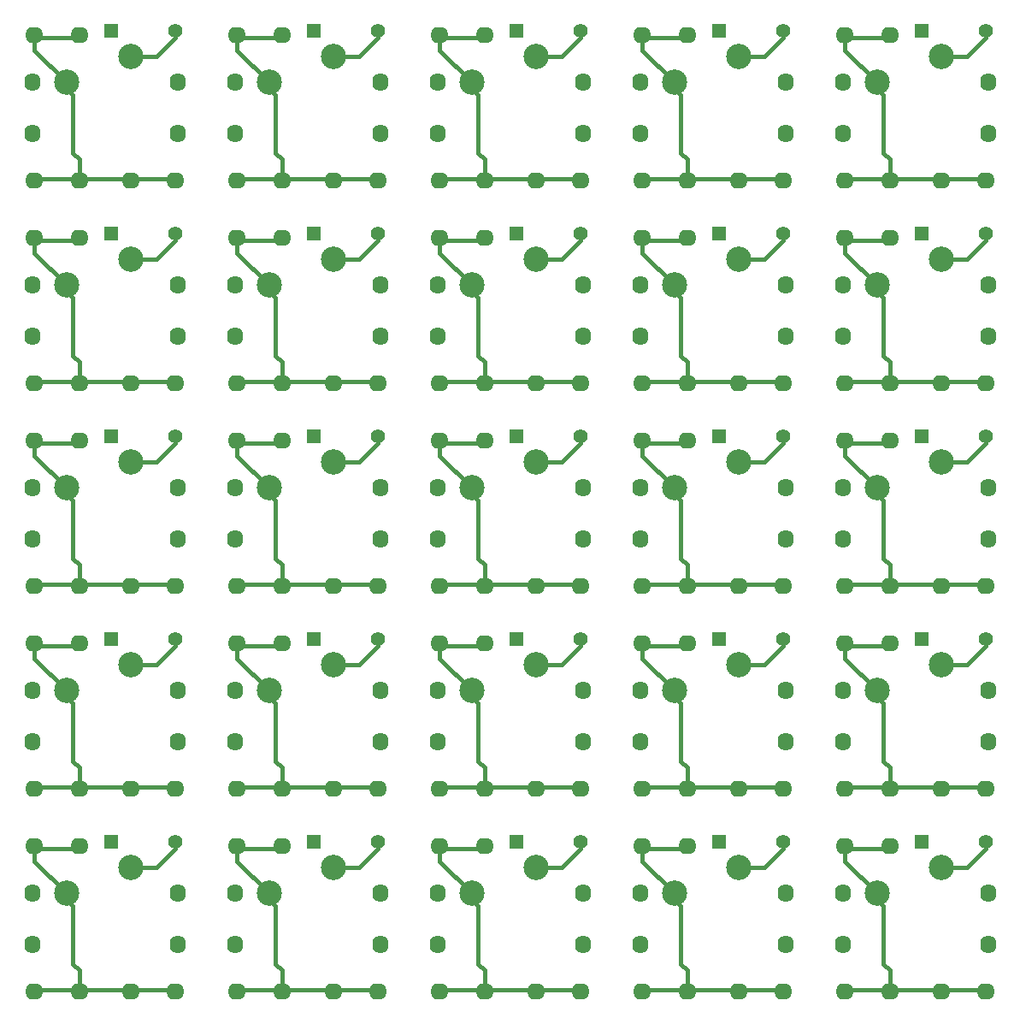
<source format=gtl>
G04 #@! TF.FileFunction,Copper,L1,Top,Signal*
%FSLAX46Y46*%
G04 Gerber Fmt 4.6, Leading zero omitted, Abs format (unit mm)*
G04 Created by KiCad (PCBNEW 4.0.2-stable) date 2016/07/17 14:51:38*
%MOMM*%
G01*
G04 APERTURE LIST*
%ADD10C,0.100000*%
%ADD11C,2.500000*%
%ADD12O,1.600000X1.800000*%
%ADD13O,1.800000X1.600000*%
%ADD14C,1.400000*%
%ADD15R,1.400000X1.400000*%
%ADD16C,0.400000*%
G04 APERTURE END LIST*
D10*
D11*
X111125000Y-139319000D03*
X104775000Y-141859000D03*
D12*
X101400000Y-146939000D03*
X101400000Y-141859000D03*
X115770000Y-141859000D03*
X115770000Y-146939000D03*
D13*
X111125000Y-151584000D03*
X115570000Y-151584000D03*
X101600000Y-151584000D03*
X106045000Y-151584000D03*
X101600000Y-137214000D03*
X106045000Y-137214000D03*
D14*
X115570000Y-136779000D03*
D15*
X109220000Y-136779000D03*
D14*
X135636000Y-136779000D03*
D15*
X129286000Y-136779000D03*
D13*
X126111000Y-137214000D03*
X121666000Y-137214000D03*
X126111000Y-151584000D03*
X121666000Y-151584000D03*
X135636000Y-151584000D03*
X131191000Y-151584000D03*
D12*
X135836000Y-146939000D03*
X135836000Y-141859000D03*
X121466000Y-141859000D03*
X121466000Y-146939000D03*
D11*
X131191000Y-139319000D03*
X124841000Y-141859000D03*
X171323000Y-139319000D03*
X164973000Y-141859000D03*
D12*
X161598000Y-146939000D03*
X161598000Y-141859000D03*
X175968000Y-141859000D03*
X175968000Y-146939000D03*
D13*
X171323000Y-151584000D03*
X175768000Y-151584000D03*
X161798000Y-151584000D03*
X166243000Y-151584000D03*
X161798000Y-137214000D03*
X166243000Y-137214000D03*
D14*
X175768000Y-136779000D03*
D15*
X169418000Y-136779000D03*
D14*
X155702000Y-136779000D03*
D15*
X149352000Y-136779000D03*
D13*
X146177000Y-137214000D03*
X141732000Y-137214000D03*
X146177000Y-151584000D03*
X141732000Y-151584000D03*
X155702000Y-151584000D03*
X151257000Y-151584000D03*
D12*
X155902000Y-146939000D03*
X155902000Y-141859000D03*
X141532000Y-141859000D03*
X141532000Y-146939000D03*
D11*
X151257000Y-139319000D03*
X144907000Y-141859000D03*
D14*
X195834000Y-136779000D03*
D15*
X189484000Y-136779000D03*
D13*
X186309000Y-137214000D03*
X181864000Y-137214000D03*
X186309000Y-151584000D03*
X181864000Y-151584000D03*
X195834000Y-151584000D03*
X191389000Y-151584000D03*
D12*
X196034000Y-146939000D03*
X196034000Y-141859000D03*
X181664000Y-141859000D03*
X181664000Y-146939000D03*
D11*
X191389000Y-139319000D03*
X185039000Y-141859000D03*
X111125000Y-99187000D03*
X104775000Y-101727000D03*
D12*
X101400000Y-106807000D03*
X101400000Y-101727000D03*
X115770000Y-101727000D03*
X115770000Y-106807000D03*
D13*
X111125000Y-111452000D03*
X115570000Y-111452000D03*
X101600000Y-111452000D03*
X106045000Y-111452000D03*
X101600000Y-97082000D03*
X106045000Y-97082000D03*
D14*
X115570000Y-96647000D03*
D15*
X109220000Y-96647000D03*
D14*
X135636000Y-96647000D03*
D15*
X129286000Y-96647000D03*
D13*
X126111000Y-97082000D03*
X121666000Y-97082000D03*
X126111000Y-111452000D03*
X121666000Y-111452000D03*
X135636000Y-111452000D03*
X131191000Y-111452000D03*
D12*
X135836000Y-106807000D03*
X135836000Y-101727000D03*
X121466000Y-101727000D03*
X121466000Y-106807000D03*
D11*
X131191000Y-99187000D03*
X124841000Y-101727000D03*
X171323000Y-99187000D03*
X164973000Y-101727000D03*
D12*
X161598000Y-106807000D03*
X161598000Y-101727000D03*
X175968000Y-101727000D03*
X175968000Y-106807000D03*
D13*
X171323000Y-111452000D03*
X175768000Y-111452000D03*
X161798000Y-111452000D03*
X166243000Y-111452000D03*
X161798000Y-97082000D03*
X166243000Y-97082000D03*
D14*
X175768000Y-96647000D03*
D15*
X169418000Y-96647000D03*
D14*
X155702000Y-96647000D03*
D15*
X149352000Y-96647000D03*
D13*
X146177000Y-97082000D03*
X141732000Y-97082000D03*
X146177000Y-111452000D03*
X141732000Y-111452000D03*
X155702000Y-111452000D03*
X151257000Y-111452000D03*
D12*
X155902000Y-106807000D03*
X155902000Y-101727000D03*
X141532000Y-101727000D03*
X141532000Y-106807000D03*
D11*
X151257000Y-99187000D03*
X144907000Y-101727000D03*
D14*
X195834000Y-96647000D03*
D15*
X189484000Y-96647000D03*
D13*
X186309000Y-97082000D03*
X181864000Y-97082000D03*
X186309000Y-111452000D03*
X181864000Y-111452000D03*
X195834000Y-111452000D03*
X191389000Y-111452000D03*
D12*
X196034000Y-106807000D03*
X196034000Y-101727000D03*
X181664000Y-101727000D03*
X181664000Y-106807000D03*
D11*
X191389000Y-99187000D03*
X185039000Y-101727000D03*
X191389000Y-119253000D03*
X185039000Y-121793000D03*
D12*
X181664000Y-126873000D03*
X181664000Y-121793000D03*
X196034000Y-121793000D03*
X196034000Y-126873000D03*
D13*
X191389000Y-131518000D03*
X195834000Y-131518000D03*
X181864000Y-131518000D03*
X186309000Y-131518000D03*
X181864000Y-117148000D03*
X186309000Y-117148000D03*
D14*
X195834000Y-116713000D03*
D15*
X189484000Y-116713000D03*
D11*
X151257000Y-119253000D03*
X144907000Y-121793000D03*
D12*
X141532000Y-126873000D03*
X141532000Y-121793000D03*
X155902000Y-121793000D03*
X155902000Y-126873000D03*
D13*
X151257000Y-131518000D03*
X155702000Y-131518000D03*
X141732000Y-131518000D03*
X146177000Y-131518000D03*
X141732000Y-117148000D03*
X146177000Y-117148000D03*
D14*
X155702000Y-116713000D03*
D15*
X149352000Y-116713000D03*
D14*
X175768000Y-116713000D03*
D15*
X169418000Y-116713000D03*
D13*
X166243000Y-117148000D03*
X161798000Y-117148000D03*
X166243000Y-131518000D03*
X161798000Y-131518000D03*
X175768000Y-131518000D03*
X171323000Y-131518000D03*
D12*
X175968000Y-126873000D03*
X175968000Y-121793000D03*
X161598000Y-121793000D03*
X161598000Y-126873000D03*
D11*
X171323000Y-119253000D03*
X164973000Y-121793000D03*
X131191000Y-119253000D03*
X124841000Y-121793000D03*
D12*
X121466000Y-126873000D03*
X121466000Y-121793000D03*
X135836000Y-121793000D03*
X135836000Y-126873000D03*
D13*
X131191000Y-131518000D03*
X135636000Y-131518000D03*
X121666000Y-131518000D03*
X126111000Y-131518000D03*
X121666000Y-117148000D03*
X126111000Y-117148000D03*
D14*
X135636000Y-116713000D03*
D15*
X129286000Y-116713000D03*
D14*
X115570000Y-116713000D03*
D15*
X109220000Y-116713000D03*
D13*
X106045000Y-117148000D03*
X101600000Y-117148000D03*
X106045000Y-131518000D03*
X101600000Y-131518000D03*
X115570000Y-131518000D03*
X111125000Y-131518000D03*
D12*
X115770000Y-126873000D03*
X115770000Y-121793000D03*
X101400000Y-121793000D03*
X101400000Y-126873000D03*
D11*
X111125000Y-119253000D03*
X104775000Y-121793000D03*
X111125000Y-79121000D03*
X104775000Y-81661000D03*
D12*
X101400000Y-86741000D03*
X101400000Y-81661000D03*
X115770000Y-81661000D03*
X115770000Y-86741000D03*
D13*
X111125000Y-91386000D03*
X115570000Y-91386000D03*
X101600000Y-91386000D03*
X106045000Y-91386000D03*
X101600000Y-77016000D03*
X106045000Y-77016000D03*
D14*
X115570000Y-76581000D03*
D15*
X109220000Y-76581000D03*
D14*
X135636000Y-76581000D03*
D15*
X129286000Y-76581000D03*
D13*
X126111000Y-77016000D03*
X121666000Y-77016000D03*
X126111000Y-91386000D03*
X121666000Y-91386000D03*
X135636000Y-91386000D03*
X131191000Y-91386000D03*
D12*
X135836000Y-86741000D03*
X135836000Y-81661000D03*
X121466000Y-81661000D03*
X121466000Y-86741000D03*
D11*
X131191000Y-79121000D03*
X124841000Y-81661000D03*
X171323000Y-79121000D03*
X164973000Y-81661000D03*
D12*
X161598000Y-86741000D03*
X161598000Y-81661000D03*
X175968000Y-81661000D03*
X175968000Y-86741000D03*
D13*
X171323000Y-91386000D03*
X175768000Y-91386000D03*
X161798000Y-91386000D03*
X166243000Y-91386000D03*
X161798000Y-77016000D03*
X166243000Y-77016000D03*
D14*
X175768000Y-76581000D03*
D15*
X169418000Y-76581000D03*
D14*
X155702000Y-76581000D03*
D15*
X149352000Y-76581000D03*
D13*
X146177000Y-77016000D03*
X141732000Y-77016000D03*
X146177000Y-91386000D03*
X141732000Y-91386000D03*
X155702000Y-91386000D03*
X151257000Y-91386000D03*
D12*
X155902000Y-86741000D03*
X155902000Y-81661000D03*
X141532000Y-81661000D03*
X141532000Y-86741000D03*
D11*
X151257000Y-79121000D03*
X144907000Y-81661000D03*
D14*
X195834000Y-76581000D03*
D15*
X189484000Y-76581000D03*
D13*
X186309000Y-77016000D03*
X181864000Y-77016000D03*
X186309000Y-91386000D03*
X181864000Y-91386000D03*
X195834000Y-91386000D03*
X191389000Y-91386000D03*
D12*
X196034000Y-86741000D03*
X196034000Y-81661000D03*
X181664000Y-81661000D03*
X181664000Y-86741000D03*
D11*
X191389000Y-79121000D03*
X185039000Y-81661000D03*
X191389000Y-59055000D03*
X185039000Y-61595000D03*
D12*
X181664000Y-66675000D03*
X181664000Y-61595000D03*
X196034000Y-61595000D03*
X196034000Y-66675000D03*
D13*
X191389000Y-71320000D03*
X195834000Y-71320000D03*
X181864000Y-71320000D03*
X186309000Y-71320000D03*
X181864000Y-56950000D03*
X186309000Y-56950000D03*
D14*
X195834000Y-56515000D03*
D15*
X189484000Y-56515000D03*
D11*
X151257000Y-59055000D03*
X144907000Y-61595000D03*
D12*
X141532000Y-66675000D03*
X141532000Y-61595000D03*
X155902000Y-61595000D03*
X155902000Y-66675000D03*
D13*
X151257000Y-71320000D03*
X155702000Y-71320000D03*
X141732000Y-71320000D03*
X146177000Y-71320000D03*
X141732000Y-56950000D03*
X146177000Y-56950000D03*
D14*
X155702000Y-56515000D03*
D15*
X149352000Y-56515000D03*
D14*
X175768000Y-56515000D03*
D15*
X169418000Y-56515000D03*
D13*
X166243000Y-56950000D03*
X161798000Y-56950000D03*
X166243000Y-71320000D03*
X161798000Y-71320000D03*
X175768000Y-71320000D03*
X171323000Y-71320000D03*
D12*
X175968000Y-66675000D03*
X175968000Y-61595000D03*
X161598000Y-61595000D03*
X161598000Y-66675000D03*
D11*
X171323000Y-59055000D03*
X164973000Y-61595000D03*
X131191000Y-59055000D03*
X124841000Y-61595000D03*
D12*
X121466000Y-66675000D03*
X121466000Y-61595000D03*
X135836000Y-61595000D03*
X135836000Y-66675000D03*
D13*
X131191000Y-71320000D03*
X135636000Y-71320000D03*
X121666000Y-71320000D03*
X126111000Y-71320000D03*
X121666000Y-56950000D03*
X126111000Y-56950000D03*
D14*
X135636000Y-56515000D03*
D15*
X129286000Y-56515000D03*
D14*
X115570000Y-56515000D03*
D15*
X109220000Y-56515000D03*
D13*
X106045000Y-56950000D03*
X101600000Y-56950000D03*
X106045000Y-71320000D03*
X101600000Y-71320000D03*
X115570000Y-71320000D03*
X111125000Y-71320000D03*
D12*
X115770000Y-66675000D03*
X115770000Y-61595000D03*
X101400000Y-61595000D03*
X101400000Y-66675000D03*
D11*
X111125000Y-59055000D03*
X104775000Y-61595000D03*
D16*
X115570000Y-137414000D02*
X115570000Y-136779000D01*
X113665000Y-139319000D02*
X115570000Y-137414000D01*
X111125000Y-139319000D02*
X113665000Y-139319000D01*
X131191000Y-139319000D02*
X133731000Y-139319000D01*
X133731000Y-139319000D02*
X135636000Y-137414000D01*
X135636000Y-137414000D02*
X135636000Y-136779000D01*
X175768000Y-137414000D02*
X175768000Y-136779000D01*
X173863000Y-139319000D02*
X175768000Y-137414000D01*
X171323000Y-139319000D02*
X173863000Y-139319000D01*
X151257000Y-139319000D02*
X153797000Y-139319000D01*
X153797000Y-139319000D02*
X155702000Y-137414000D01*
X155702000Y-137414000D02*
X155702000Y-136779000D01*
X191389000Y-139319000D02*
X193929000Y-139319000D01*
X193929000Y-139319000D02*
X195834000Y-137414000D01*
X195834000Y-137414000D02*
X195834000Y-136779000D01*
X115570000Y-97282000D02*
X115570000Y-96647000D01*
X113665000Y-99187000D02*
X115570000Y-97282000D01*
X111125000Y-99187000D02*
X113665000Y-99187000D01*
X131191000Y-99187000D02*
X133731000Y-99187000D01*
X133731000Y-99187000D02*
X135636000Y-97282000D01*
X135636000Y-97282000D02*
X135636000Y-96647000D01*
X175768000Y-97282000D02*
X175768000Y-96647000D01*
X173863000Y-99187000D02*
X175768000Y-97282000D01*
X171323000Y-99187000D02*
X173863000Y-99187000D01*
X151257000Y-99187000D02*
X153797000Y-99187000D01*
X153797000Y-99187000D02*
X155702000Y-97282000D01*
X155702000Y-97282000D02*
X155702000Y-96647000D01*
X191389000Y-99187000D02*
X193929000Y-99187000D01*
X193929000Y-99187000D02*
X195834000Y-97282000D01*
X195834000Y-97282000D02*
X195834000Y-96647000D01*
X195834000Y-117348000D02*
X195834000Y-116713000D01*
X193929000Y-119253000D02*
X195834000Y-117348000D01*
X191389000Y-119253000D02*
X193929000Y-119253000D01*
X155702000Y-117348000D02*
X155702000Y-116713000D01*
X153797000Y-119253000D02*
X155702000Y-117348000D01*
X151257000Y-119253000D02*
X153797000Y-119253000D01*
X171323000Y-119253000D02*
X173863000Y-119253000D01*
X173863000Y-119253000D02*
X175768000Y-117348000D01*
X175768000Y-117348000D02*
X175768000Y-116713000D01*
X135636000Y-117348000D02*
X135636000Y-116713000D01*
X133731000Y-119253000D02*
X135636000Y-117348000D01*
X131191000Y-119253000D02*
X133731000Y-119253000D01*
X111125000Y-119253000D02*
X113665000Y-119253000D01*
X113665000Y-119253000D02*
X115570000Y-117348000D01*
X115570000Y-117348000D02*
X115570000Y-116713000D01*
X115570000Y-77216000D02*
X115570000Y-76581000D01*
X113665000Y-79121000D02*
X115570000Y-77216000D01*
X111125000Y-79121000D02*
X113665000Y-79121000D01*
X131191000Y-79121000D02*
X133731000Y-79121000D01*
X133731000Y-79121000D02*
X135636000Y-77216000D01*
X135636000Y-77216000D02*
X135636000Y-76581000D01*
X175768000Y-77216000D02*
X175768000Y-76581000D01*
X173863000Y-79121000D02*
X175768000Y-77216000D01*
X171323000Y-79121000D02*
X173863000Y-79121000D01*
X151257000Y-79121000D02*
X153797000Y-79121000D01*
X153797000Y-79121000D02*
X155702000Y-77216000D01*
X155702000Y-77216000D02*
X155702000Y-76581000D01*
X191389000Y-79121000D02*
X193929000Y-79121000D01*
X193929000Y-79121000D02*
X195834000Y-77216000D01*
X195834000Y-77216000D02*
X195834000Y-76581000D01*
X195834000Y-57150000D02*
X195834000Y-56515000D01*
X193929000Y-59055000D02*
X195834000Y-57150000D01*
X191389000Y-59055000D02*
X193929000Y-59055000D01*
X155702000Y-57150000D02*
X155702000Y-56515000D01*
X153797000Y-59055000D02*
X155702000Y-57150000D01*
X151257000Y-59055000D02*
X153797000Y-59055000D01*
X171323000Y-59055000D02*
X173863000Y-59055000D01*
X173863000Y-59055000D02*
X175768000Y-57150000D01*
X175768000Y-57150000D02*
X175768000Y-56515000D01*
X135636000Y-57150000D02*
X135636000Y-56515000D01*
X133731000Y-59055000D02*
X135636000Y-57150000D01*
X131191000Y-59055000D02*
X133731000Y-59055000D01*
X111125000Y-59055000D02*
X113665000Y-59055000D01*
X113665000Y-59055000D02*
X115570000Y-57150000D01*
X115570000Y-57150000D02*
X115570000Y-56515000D01*
X101600000Y-138684000D02*
X104775000Y-141859000D01*
X101600000Y-137414000D02*
X101600000Y-138684000D01*
X106045000Y-137414000D02*
X101600000Y-137414000D01*
X101600000Y-151384000D02*
X106045000Y-151384000D01*
X106045000Y-151384000D02*
X111125000Y-151384000D01*
X111125000Y-151384000D02*
X115570000Y-151384000D01*
X105410000Y-143129000D02*
X105410000Y-148844000D01*
X105410000Y-148844000D02*
X106045000Y-149479000D01*
X106045000Y-149479000D02*
X106045000Y-151384000D01*
X104775000Y-142494000D02*
X105410000Y-143129000D01*
X104775000Y-141859000D02*
X104775000Y-142494000D01*
X124841000Y-141859000D02*
X124841000Y-142494000D01*
X124841000Y-142494000D02*
X125476000Y-143129000D01*
X126111000Y-149479000D02*
X126111000Y-151384000D01*
X125476000Y-148844000D02*
X126111000Y-149479000D01*
X125476000Y-143129000D02*
X125476000Y-148844000D01*
X131191000Y-151384000D02*
X135636000Y-151384000D01*
X126111000Y-151384000D02*
X131191000Y-151384000D01*
X121666000Y-151384000D02*
X126111000Y-151384000D01*
X126111000Y-137414000D02*
X121666000Y-137414000D01*
X121666000Y-137414000D02*
X121666000Y-138684000D01*
X121666000Y-138684000D02*
X124841000Y-141859000D01*
X161798000Y-138684000D02*
X164973000Y-141859000D01*
X161798000Y-137414000D02*
X161798000Y-138684000D01*
X166243000Y-137414000D02*
X161798000Y-137414000D01*
X161798000Y-151384000D02*
X166243000Y-151384000D01*
X166243000Y-151384000D02*
X171323000Y-151384000D01*
X171323000Y-151384000D02*
X175768000Y-151384000D01*
X165608000Y-143129000D02*
X165608000Y-148844000D01*
X165608000Y-148844000D02*
X166243000Y-149479000D01*
X166243000Y-149479000D02*
X166243000Y-151384000D01*
X164973000Y-142494000D02*
X165608000Y-143129000D01*
X164973000Y-141859000D02*
X164973000Y-142494000D01*
X144907000Y-141859000D02*
X144907000Y-142494000D01*
X144907000Y-142494000D02*
X145542000Y-143129000D01*
X146177000Y-149479000D02*
X146177000Y-151384000D01*
X145542000Y-148844000D02*
X146177000Y-149479000D01*
X145542000Y-143129000D02*
X145542000Y-148844000D01*
X151257000Y-151384000D02*
X155702000Y-151384000D01*
X146177000Y-151384000D02*
X151257000Y-151384000D01*
X141732000Y-151384000D02*
X146177000Y-151384000D01*
X146177000Y-137414000D02*
X141732000Y-137414000D01*
X141732000Y-137414000D02*
X141732000Y-138684000D01*
X141732000Y-138684000D02*
X144907000Y-141859000D01*
X186309000Y-149479000D02*
X186309000Y-151384000D01*
X191389000Y-151384000D02*
X195834000Y-151384000D01*
X186309000Y-151384000D02*
X191389000Y-151384000D01*
X181864000Y-151384000D02*
X186309000Y-151384000D01*
X186309000Y-137414000D02*
X181864000Y-137414000D01*
X181864000Y-137414000D02*
X181864000Y-138684000D01*
X181864000Y-138684000D02*
X185039000Y-141859000D01*
X185039000Y-141859000D02*
X185039000Y-142494000D01*
X185039000Y-142494000D02*
X185674000Y-143129000D01*
X185674000Y-148844000D02*
X186309000Y-149479000D01*
X185674000Y-143129000D02*
X185674000Y-148844000D01*
X101600000Y-98552000D02*
X104775000Y-101727000D01*
X101600000Y-97282000D02*
X101600000Y-98552000D01*
X106045000Y-97282000D02*
X101600000Y-97282000D01*
X101600000Y-111252000D02*
X106045000Y-111252000D01*
X106045000Y-111252000D02*
X111125000Y-111252000D01*
X111125000Y-111252000D02*
X115570000Y-111252000D01*
X105410000Y-102997000D02*
X105410000Y-108712000D01*
X105410000Y-108712000D02*
X106045000Y-109347000D01*
X106045000Y-109347000D02*
X106045000Y-111252000D01*
X104775000Y-102362000D02*
X105410000Y-102997000D01*
X104775000Y-101727000D02*
X104775000Y-102362000D01*
X124841000Y-101727000D02*
X124841000Y-102362000D01*
X124841000Y-102362000D02*
X125476000Y-102997000D01*
X126111000Y-109347000D02*
X126111000Y-111252000D01*
X125476000Y-108712000D02*
X126111000Y-109347000D01*
X125476000Y-102997000D02*
X125476000Y-108712000D01*
X131191000Y-111252000D02*
X135636000Y-111252000D01*
X126111000Y-111252000D02*
X131191000Y-111252000D01*
X121666000Y-111252000D02*
X126111000Y-111252000D01*
X126111000Y-97282000D02*
X121666000Y-97282000D01*
X121666000Y-97282000D02*
X121666000Y-98552000D01*
X121666000Y-98552000D02*
X124841000Y-101727000D01*
X161798000Y-98552000D02*
X164973000Y-101727000D01*
X161798000Y-97282000D02*
X161798000Y-98552000D01*
X166243000Y-97282000D02*
X161798000Y-97282000D01*
X161798000Y-111252000D02*
X166243000Y-111252000D01*
X166243000Y-111252000D02*
X171323000Y-111252000D01*
X171323000Y-111252000D02*
X175768000Y-111252000D01*
X165608000Y-102997000D02*
X165608000Y-108712000D01*
X165608000Y-108712000D02*
X166243000Y-109347000D01*
X166243000Y-109347000D02*
X166243000Y-111252000D01*
X164973000Y-102362000D02*
X165608000Y-102997000D01*
X164973000Y-101727000D02*
X164973000Y-102362000D01*
X144907000Y-101727000D02*
X144907000Y-102362000D01*
X144907000Y-102362000D02*
X145542000Y-102997000D01*
X146177000Y-109347000D02*
X146177000Y-111252000D01*
X145542000Y-108712000D02*
X146177000Y-109347000D01*
X145542000Y-102997000D02*
X145542000Y-108712000D01*
X151257000Y-111252000D02*
X155702000Y-111252000D01*
X146177000Y-111252000D02*
X151257000Y-111252000D01*
X141732000Y-111252000D02*
X146177000Y-111252000D01*
X146177000Y-97282000D02*
X141732000Y-97282000D01*
X141732000Y-97282000D02*
X141732000Y-98552000D01*
X141732000Y-98552000D02*
X144907000Y-101727000D01*
X186309000Y-109347000D02*
X186309000Y-111252000D01*
X191389000Y-111252000D02*
X195834000Y-111252000D01*
X186309000Y-111252000D02*
X191389000Y-111252000D01*
X181864000Y-111252000D02*
X186309000Y-111252000D01*
X186309000Y-97282000D02*
X181864000Y-97282000D01*
X181864000Y-97282000D02*
X181864000Y-98552000D01*
X181864000Y-98552000D02*
X185039000Y-101727000D01*
X185039000Y-101727000D02*
X185039000Y-102362000D01*
X185039000Y-102362000D02*
X185674000Y-102997000D01*
X185674000Y-108712000D02*
X186309000Y-109347000D01*
X185674000Y-102997000D02*
X185674000Y-108712000D01*
X185674000Y-123063000D02*
X185674000Y-128778000D01*
X185674000Y-128778000D02*
X186309000Y-129413000D01*
X185039000Y-122428000D02*
X185674000Y-123063000D01*
X185039000Y-121793000D02*
X185039000Y-122428000D01*
X181864000Y-118618000D02*
X185039000Y-121793000D01*
X181864000Y-117348000D02*
X181864000Y-118618000D01*
X186309000Y-117348000D02*
X181864000Y-117348000D01*
X181864000Y-131318000D02*
X186309000Y-131318000D01*
X186309000Y-131318000D02*
X191389000Y-131318000D01*
X191389000Y-131318000D02*
X195834000Y-131318000D01*
X186309000Y-129413000D02*
X186309000Y-131318000D01*
X141732000Y-118618000D02*
X144907000Y-121793000D01*
X141732000Y-117348000D02*
X141732000Y-118618000D01*
X146177000Y-117348000D02*
X141732000Y-117348000D01*
X141732000Y-131318000D02*
X146177000Y-131318000D01*
X146177000Y-131318000D02*
X151257000Y-131318000D01*
X151257000Y-131318000D02*
X155702000Y-131318000D01*
X145542000Y-123063000D02*
X145542000Y-128778000D01*
X145542000Y-128778000D02*
X146177000Y-129413000D01*
X146177000Y-129413000D02*
X146177000Y-131318000D01*
X144907000Y-122428000D02*
X145542000Y-123063000D01*
X144907000Y-121793000D02*
X144907000Y-122428000D01*
X164973000Y-121793000D02*
X164973000Y-122428000D01*
X164973000Y-122428000D02*
X165608000Y-123063000D01*
X166243000Y-129413000D02*
X166243000Y-131318000D01*
X165608000Y-128778000D02*
X166243000Y-129413000D01*
X165608000Y-123063000D02*
X165608000Y-128778000D01*
X171323000Y-131318000D02*
X175768000Y-131318000D01*
X166243000Y-131318000D02*
X171323000Y-131318000D01*
X161798000Y-131318000D02*
X166243000Y-131318000D01*
X166243000Y-117348000D02*
X161798000Y-117348000D01*
X161798000Y-117348000D02*
X161798000Y-118618000D01*
X161798000Y-118618000D02*
X164973000Y-121793000D01*
X121666000Y-118618000D02*
X124841000Y-121793000D01*
X121666000Y-117348000D02*
X121666000Y-118618000D01*
X126111000Y-117348000D02*
X121666000Y-117348000D01*
X121666000Y-131318000D02*
X126111000Y-131318000D01*
X126111000Y-131318000D02*
X131191000Y-131318000D01*
X131191000Y-131318000D02*
X135636000Y-131318000D01*
X125476000Y-123063000D02*
X125476000Y-128778000D01*
X125476000Y-128778000D02*
X126111000Y-129413000D01*
X126111000Y-129413000D02*
X126111000Y-131318000D01*
X124841000Y-122428000D02*
X125476000Y-123063000D01*
X124841000Y-121793000D02*
X124841000Y-122428000D01*
X104775000Y-121793000D02*
X104775000Y-122428000D01*
X104775000Y-122428000D02*
X105410000Y-123063000D01*
X106045000Y-129413000D02*
X106045000Y-131318000D01*
X105410000Y-128778000D02*
X106045000Y-129413000D01*
X105410000Y-123063000D02*
X105410000Y-128778000D01*
X111125000Y-131318000D02*
X115570000Y-131318000D01*
X106045000Y-131318000D02*
X111125000Y-131318000D01*
X101600000Y-131318000D02*
X106045000Y-131318000D01*
X106045000Y-117348000D02*
X101600000Y-117348000D01*
X101600000Y-117348000D02*
X101600000Y-118618000D01*
X101600000Y-118618000D02*
X104775000Y-121793000D01*
X101600000Y-78486000D02*
X104775000Y-81661000D01*
X101600000Y-77216000D02*
X101600000Y-78486000D01*
X106045000Y-77216000D02*
X101600000Y-77216000D01*
X101600000Y-91186000D02*
X106045000Y-91186000D01*
X106045000Y-91186000D02*
X111125000Y-91186000D01*
X111125000Y-91186000D02*
X115570000Y-91186000D01*
X105410000Y-82931000D02*
X105410000Y-88646000D01*
X105410000Y-88646000D02*
X106045000Y-89281000D01*
X106045000Y-89281000D02*
X106045000Y-91186000D01*
X104775000Y-82296000D02*
X105410000Y-82931000D01*
X104775000Y-81661000D02*
X104775000Y-82296000D01*
X124841000Y-81661000D02*
X124841000Y-82296000D01*
X124841000Y-82296000D02*
X125476000Y-82931000D01*
X126111000Y-89281000D02*
X126111000Y-91186000D01*
X125476000Y-88646000D02*
X126111000Y-89281000D01*
X125476000Y-82931000D02*
X125476000Y-88646000D01*
X131191000Y-91186000D02*
X135636000Y-91186000D01*
X126111000Y-91186000D02*
X131191000Y-91186000D01*
X121666000Y-91186000D02*
X126111000Y-91186000D01*
X126111000Y-77216000D02*
X121666000Y-77216000D01*
X121666000Y-77216000D02*
X121666000Y-78486000D01*
X121666000Y-78486000D02*
X124841000Y-81661000D01*
X161798000Y-78486000D02*
X164973000Y-81661000D01*
X161798000Y-77216000D02*
X161798000Y-78486000D01*
X166243000Y-77216000D02*
X161798000Y-77216000D01*
X161798000Y-91186000D02*
X166243000Y-91186000D01*
X166243000Y-91186000D02*
X171323000Y-91186000D01*
X171323000Y-91186000D02*
X175768000Y-91186000D01*
X165608000Y-82931000D02*
X165608000Y-88646000D01*
X165608000Y-88646000D02*
X166243000Y-89281000D01*
X166243000Y-89281000D02*
X166243000Y-91186000D01*
X164973000Y-82296000D02*
X165608000Y-82931000D01*
X164973000Y-81661000D02*
X164973000Y-82296000D01*
X144907000Y-81661000D02*
X144907000Y-82296000D01*
X144907000Y-82296000D02*
X145542000Y-82931000D01*
X146177000Y-89281000D02*
X146177000Y-91186000D01*
X145542000Y-88646000D02*
X146177000Y-89281000D01*
X145542000Y-82931000D02*
X145542000Y-88646000D01*
X151257000Y-91186000D02*
X155702000Y-91186000D01*
X146177000Y-91186000D02*
X151257000Y-91186000D01*
X141732000Y-91186000D02*
X146177000Y-91186000D01*
X146177000Y-77216000D02*
X141732000Y-77216000D01*
X141732000Y-77216000D02*
X141732000Y-78486000D01*
X141732000Y-78486000D02*
X144907000Y-81661000D01*
X186309000Y-89281000D02*
X186309000Y-91186000D01*
X191389000Y-91186000D02*
X195834000Y-91186000D01*
X186309000Y-91186000D02*
X191389000Y-91186000D01*
X181864000Y-91186000D02*
X186309000Y-91186000D01*
X186309000Y-77216000D02*
X181864000Y-77216000D01*
X181864000Y-77216000D02*
X181864000Y-78486000D01*
X181864000Y-78486000D02*
X185039000Y-81661000D01*
X185039000Y-81661000D02*
X185039000Y-82296000D01*
X185039000Y-82296000D02*
X185674000Y-82931000D01*
X185674000Y-88646000D02*
X186309000Y-89281000D01*
X185674000Y-82931000D02*
X185674000Y-88646000D01*
X185674000Y-62865000D02*
X185674000Y-68580000D01*
X185674000Y-68580000D02*
X186309000Y-69215000D01*
X185039000Y-62230000D02*
X185674000Y-62865000D01*
X185039000Y-61595000D02*
X185039000Y-62230000D01*
X181864000Y-58420000D02*
X185039000Y-61595000D01*
X181864000Y-57150000D02*
X181864000Y-58420000D01*
X186309000Y-57150000D02*
X181864000Y-57150000D01*
X181864000Y-71120000D02*
X186309000Y-71120000D01*
X186309000Y-71120000D02*
X191389000Y-71120000D01*
X191389000Y-71120000D02*
X195834000Y-71120000D01*
X186309000Y-69215000D02*
X186309000Y-71120000D01*
X141732000Y-58420000D02*
X144907000Y-61595000D01*
X141732000Y-57150000D02*
X141732000Y-58420000D01*
X146177000Y-57150000D02*
X141732000Y-57150000D01*
X141732000Y-71120000D02*
X146177000Y-71120000D01*
X146177000Y-71120000D02*
X151257000Y-71120000D01*
X151257000Y-71120000D02*
X155702000Y-71120000D01*
X145542000Y-62865000D02*
X145542000Y-68580000D01*
X145542000Y-68580000D02*
X146177000Y-69215000D01*
X146177000Y-69215000D02*
X146177000Y-71120000D01*
X144907000Y-62230000D02*
X145542000Y-62865000D01*
X144907000Y-61595000D02*
X144907000Y-62230000D01*
X164973000Y-61595000D02*
X164973000Y-62230000D01*
X164973000Y-62230000D02*
X165608000Y-62865000D01*
X166243000Y-69215000D02*
X166243000Y-71120000D01*
X165608000Y-68580000D02*
X166243000Y-69215000D01*
X165608000Y-62865000D02*
X165608000Y-68580000D01*
X171323000Y-71120000D02*
X175768000Y-71120000D01*
X166243000Y-71120000D02*
X171323000Y-71120000D01*
X161798000Y-71120000D02*
X166243000Y-71120000D01*
X166243000Y-57150000D02*
X161798000Y-57150000D01*
X161798000Y-57150000D02*
X161798000Y-58420000D01*
X161798000Y-58420000D02*
X164973000Y-61595000D01*
X121666000Y-58420000D02*
X124841000Y-61595000D01*
X121666000Y-57150000D02*
X121666000Y-58420000D01*
X126111000Y-57150000D02*
X121666000Y-57150000D01*
X121666000Y-71120000D02*
X126111000Y-71120000D01*
X126111000Y-71120000D02*
X131191000Y-71120000D01*
X131191000Y-71120000D02*
X135636000Y-71120000D01*
X125476000Y-62865000D02*
X125476000Y-68580000D01*
X125476000Y-68580000D02*
X126111000Y-69215000D01*
X126111000Y-69215000D02*
X126111000Y-71120000D01*
X124841000Y-62230000D02*
X125476000Y-62865000D01*
X124841000Y-61595000D02*
X124841000Y-62230000D01*
X104775000Y-61595000D02*
X104775000Y-62230000D01*
X104775000Y-62230000D02*
X105410000Y-62865000D01*
X106045000Y-69215000D02*
X106045000Y-71120000D01*
X105410000Y-68580000D02*
X106045000Y-69215000D01*
X105410000Y-62865000D02*
X105410000Y-68580000D01*
X111125000Y-71120000D02*
X115570000Y-71120000D01*
X106045000Y-71120000D02*
X111125000Y-71120000D01*
X101600000Y-71120000D02*
X106045000Y-71120000D01*
X106045000Y-57150000D02*
X101600000Y-57150000D01*
X101600000Y-57150000D02*
X101600000Y-58420000D01*
X101600000Y-58420000D02*
X104775000Y-61595000D01*
M02*

</source>
